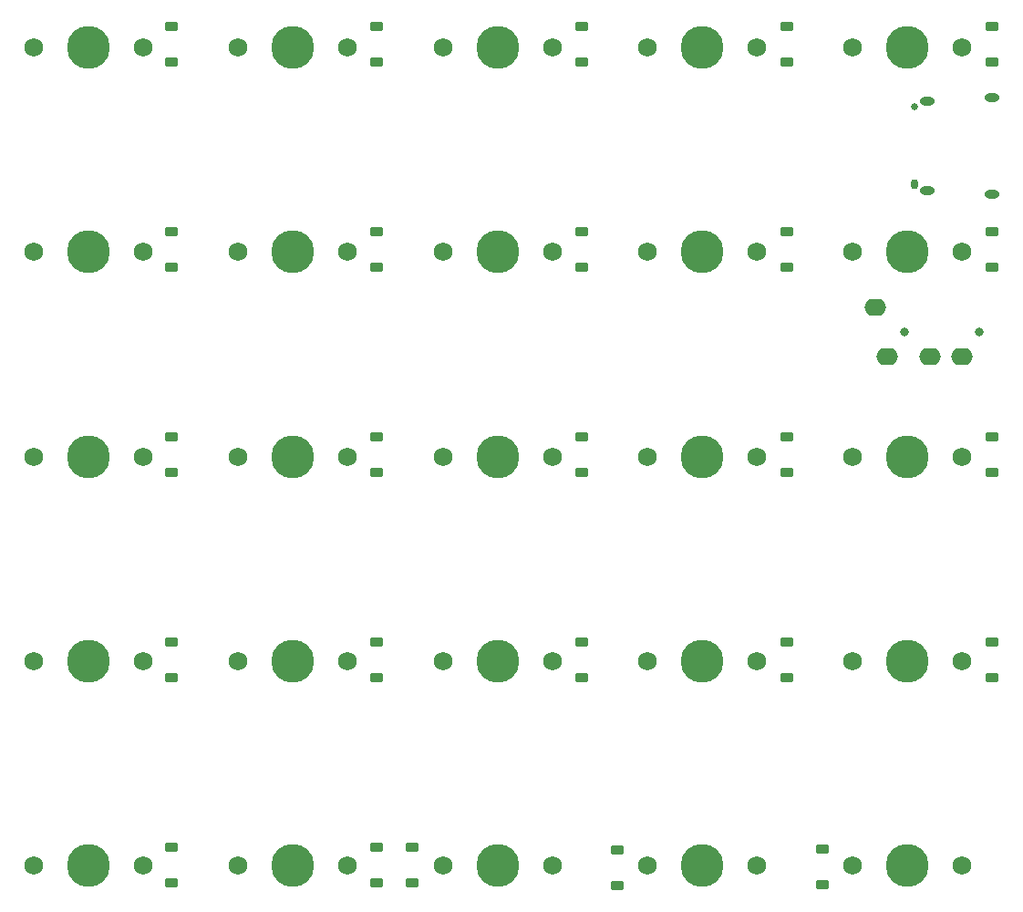
<source format=gts>
%TF.GenerationSoftware,KiCad,Pcbnew,(7.0.0)*%
%TF.CreationDate,2023-03-14T21:06:17+08:00*%
%TF.ProjectId,kai_split_left,6b61695f-7370-46c6-9974-5f6c6566742e,rev?*%
%TF.SameCoordinates,Original*%
%TF.FileFunction,Soldermask,Top*%
%TF.FilePolarity,Negative*%
%FSLAX46Y46*%
G04 Gerber Fmt 4.6, Leading zero omitted, Abs format (unit mm)*
G04 Created by KiCad (PCBNEW (7.0.0)) date 2023-03-14 21:06:17*
%MOMM*%
%LPD*%
G01*
G04 APERTURE LIST*
G04 Aperture macros list*
%AMRoundRect*
0 Rectangle with rounded corners*
0 $1 Rounding radius*
0 $2 $3 $4 $5 $6 $7 $8 $9 X,Y pos of 4 corners*
0 Add a 4 corners polygon primitive as box body*
4,1,4,$2,$3,$4,$5,$6,$7,$8,$9,$2,$3,0*
0 Add four circle primitives for the rounded corners*
1,1,$1+$1,$2,$3*
1,1,$1+$1,$4,$5*
1,1,$1+$1,$6,$7*
1,1,$1+$1,$8,$9*
0 Add four rect primitives between the rounded corners*
20,1,$1+$1,$2,$3,$4,$5,0*
20,1,$1+$1,$4,$5,$6,$7,0*
20,1,$1+$1,$6,$7,$8,$9,0*
20,1,$1+$1,$8,$9,$2,$3,0*%
G04 Aperture macros list end*
%ADD10C,1.750000*%
%ADD11C,3.987800*%
%ADD12RoundRect,0.225000X0.375000X-0.225000X0.375000X0.225000X-0.375000X0.225000X-0.375000X-0.225000X0*%
%ADD13C,0.800000*%
%ADD14O,2.000000X1.600000*%
%ADD15RoundRect,0.225000X-0.375000X0.225000X-0.375000X-0.225000X0.375000X-0.225000X0.375000X0.225000X0*%
%ADD16O,1.400000X0.800000*%
%ADD17O,0.650000X0.950000*%
%ADD18C,0.650000*%
G04 APERTURE END LIST*
D10*
%TO.C,MX19*%
X83788750Y-88781250D03*
D11*
X88868750Y-88781250D03*
D10*
X93948750Y-88781250D03*
%TD*%
D12*
%TO.C,D2*%
X58606250Y-33181250D03*
X58606250Y-29881250D03*
%TD*%
D10*
%TO.C,MX20*%
X102788750Y-88781250D03*
D11*
X107868750Y-88781250D03*
D10*
X112948750Y-88781250D03*
%TD*%
D12*
%TO.C,D12*%
X58606250Y-71281250D03*
X58606250Y-67981250D03*
%TD*%
D10*
%TO.C,MX25*%
X102788750Y-107781250D03*
D11*
X107868750Y-107781250D03*
D10*
X112948750Y-107781250D03*
%TD*%
%TO.C,MX5*%
X102788750Y-31781250D03*
D11*
X107868750Y-31781250D03*
D10*
X112948750Y-31781250D03*
%TD*%
D12*
%TO.C,D21*%
X39556250Y-109381250D03*
X39556250Y-106081250D03*
%TD*%
D10*
%TO.C,MX13*%
X64788750Y-69781250D03*
D11*
X69868750Y-69781250D03*
D10*
X74948750Y-69781250D03*
%TD*%
D12*
%TO.C,D25*%
X100012500Y-109537500D03*
X100012500Y-106237500D03*
%TD*%
%TO.C,D5*%
X115756250Y-33181250D03*
X115756250Y-29881250D03*
%TD*%
%TO.C,D9*%
X96706250Y-52231250D03*
X96706250Y-48931250D03*
%TD*%
D10*
%TO.C,MX15*%
X102788750Y-69781250D03*
D11*
X107868750Y-69781250D03*
D10*
X112948750Y-69781250D03*
%TD*%
D13*
%TO.C,J2*%
X114600750Y-58201250D03*
X107600750Y-58201250D03*
D14*
X104900749Y-55901249D03*
X106000749Y-60501249D03*
X110000749Y-60501249D03*
X113000749Y-60501249D03*
%TD*%
D10*
%TO.C,MX6*%
X26788750Y-50781250D03*
D11*
X31868750Y-50781250D03*
D10*
X36948750Y-50781250D03*
%TD*%
D12*
%TO.C,D7*%
X58606250Y-52231250D03*
X58606250Y-48931250D03*
%TD*%
D10*
%TO.C,MX17*%
X45788750Y-88781250D03*
D11*
X50868750Y-88781250D03*
D10*
X55948750Y-88781250D03*
%TD*%
D15*
%TO.C,D23*%
X61912500Y-106081250D03*
X61912500Y-109381250D03*
%TD*%
D12*
%TO.C,D6*%
X39556250Y-52231250D03*
X39556250Y-48931250D03*
%TD*%
D10*
%TO.C,MX9*%
X83788750Y-50781250D03*
D11*
X88868750Y-50781250D03*
D10*
X93948750Y-50781250D03*
%TD*%
%TO.C,MX2*%
X45788750Y-31781250D03*
D11*
X50868750Y-31781250D03*
D10*
X55948750Y-31781250D03*
%TD*%
D12*
%TO.C,D13*%
X77656250Y-71218750D03*
X77656250Y-67918750D03*
%TD*%
%TO.C,D3*%
X77656250Y-33118750D03*
X77656250Y-29818750D03*
%TD*%
%TO.C,D4*%
X96706250Y-33181250D03*
X96706250Y-29881250D03*
%TD*%
D10*
%TO.C,MX24*%
X93948750Y-107781250D03*
D11*
X88868750Y-107781250D03*
D10*
X83788750Y-107781250D03*
%TD*%
%TO.C,MX12*%
X45788750Y-69781250D03*
D11*
X50868750Y-69781250D03*
D10*
X55948750Y-69781250D03*
%TD*%
D12*
%TO.C,D17*%
X58606250Y-90331250D03*
X58606250Y-87031250D03*
%TD*%
D10*
%TO.C,MX3*%
X64788750Y-31781250D03*
D11*
X69868750Y-31781250D03*
D10*
X74948750Y-31781250D03*
%TD*%
%TO.C,MX7*%
X45788750Y-50781250D03*
D11*
X50868750Y-50781250D03*
D10*
X55948750Y-50781250D03*
%TD*%
%TO.C,MX11*%
X26788750Y-69781250D03*
D11*
X31868750Y-69781250D03*
D10*
X36948750Y-69781250D03*
%TD*%
D12*
%TO.C,D15*%
X115756250Y-71281250D03*
X115756250Y-67981250D03*
%TD*%
%TO.C,D19*%
X96706250Y-90331250D03*
X96706250Y-87031250D03*
%TD*%
D10*
%TO.C,MX23*%
X74948750Y-107781250D03*
D11*
X69868750Y-107781250D03*
D10*
X64788750Y-107781250D03*
%TD*%
%TO.C,MX21*%
X26788750Y-107781250D03*
D11*
X31868750Y-107781250D03*
D10*
X36948750Y-107781250D03*
%TD*%
D12*
%TO.C,D1*%
X39556250Y-33181250D03*
X39556250Y-29881250D03*
%TD*%
%TO.C,D11*%
X39556250Y-71281250D03*
X39556250Y-67981250D03*
%TD*%
%TO.C,D14*%
X96706250Y-71281250D03*
X96706250Y-67981250D03*
%TD*%
D10*
%TO.C,MX1*%
X26788750Y-31781250D03*
D11*
X31868750Y-31781250D03*
D10*
X36948750Y-31781250D03*
%TD*%
%TO.C,MX14*%
X83788750Y-69781250D03*
D11*
X88868750Y-69781250D03*
D10*
X93948750Y-69781250D03*
%TD*%
D12*
%TO.C,D16*%
X39556250Y-90331250D03*
X39556250Y-87031250D03*
%TD*%
%TO.C,D22*%
X58606250Y-109381250D03*
X58606250Y-106081250D03*
%TD*%
D10*
%TO.C,MX10*%
X102788750Y-50781250D03*
D11*
X107868750Y-50781250D03*
D10*
X112948750Y-50781250D03*
%TD*%
%TO.C,MX4*%
X83788750Y-31781250D03*
D11*
X88868750Y-31781250D03*
D10*
X93948750Y-31781250D03*
%TD*%
D12*
%TO.C,D10*%
X115756250Y-52231250D03*
X115756250Y-48931250D03*
%TD*%
D10*
%TO.C,MX8*%
X64788750Y-50781250D03*
D11*
X69868750Y-50781250D03*
D10*
X74948750Y-50781250D03*
%TD*%
%TO.C,MX18*%
X64788750Y-88781250D03*
D11*
X69868750Y-88781250D03*
D10*
X74948750Y-88781250D03*
%TD*%
%TO.C,MX16*%
X26788750Y-88781250D03*
D11*
X31868750Y-88781250D03*
D10*
X36948750Y-88781250D03*
%TD*%
D15*
%TO.C,D24*%
X80962500Y-106300000D03*
X80962500Y-109600000D03*
%TD*%
D12*
%TO.C,D8*%
X77656250Y-52231250D03*
X77656250Y-48931250D03*
%TD*%
D10*
%TO.C,MX22*%
X45788750Y-107781250D03*
D11*
X50868750Y-107781250D03*
D10*
X55948750Y-107781250D03*
%TD*%
D12*
%TO.C,D20*%
X115756250Y-90331250D03*
X115756250Y-87031250D03*
%TD*%
%TO.C,D18*%
X77656250Y-90331250D03*
X77656250Y-87031250D03*
%TD*%
D16*
%TO.C,J1*%
X115738749Y-45419249D03*
X109788749Y-45059249D03*
X109788749Y-36799249D03*
X115738749Y-36439249D03*
D17*
X108538749Y-44529249D03*
D18*
X108538750Y-37329250D03*
%TD*%
M02*

</source>
